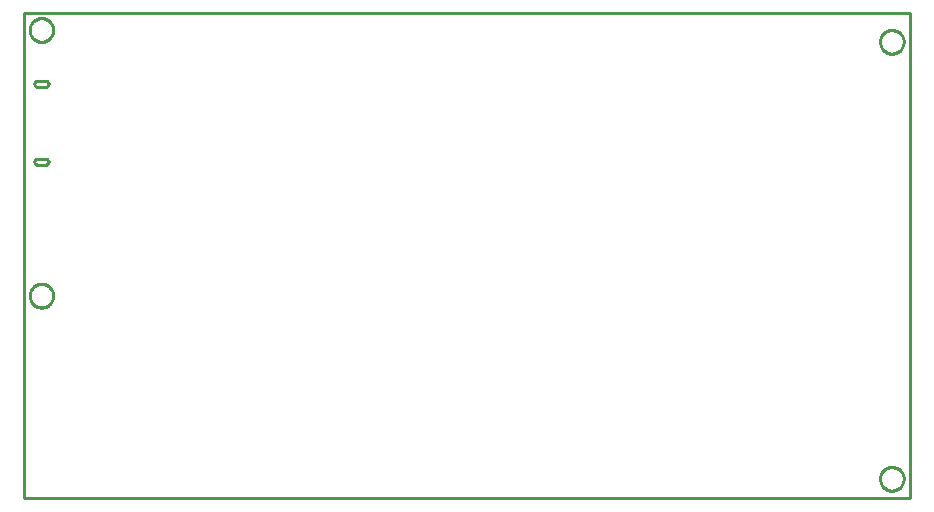
<source format=gbr>
G04 EAGLE Gerber RS-274X export*
G75*
%MOMM*%
%FSLAX34Y34*%
%LPD*%
%IN*%
%IPPOS*%
%AMOC8*
5,1,8,0,0,1.08239X$1,22.5*%
G01*
%ADD10C,0.254000*%


D10*
X0Y0D02*
X750000Y0D01*
X750500Y410500D01*
X500Y410500D01*
X0Y0D01*
X9000Y285000D02*
X9010Y284782D01*
X9038Y284566D01*
X9085Y284353D01*
X9151Y284145D01*
X9234Y283943D01*
X9335Y283750D01*
X9452Y283566D01*
X9585Y283393D01*
X9732Y283232D01*
X9893Y283085D01*
X10066Y282952D01*
X10250Y282835D01*
X10443Y282734D01*
X10645Y282651D01*
X10853Y282585D01*
X11066Y282538D01*
X11282Y282510D01*
X11500Y282500D01*
X18500Y282500D01*
X18718Y282510D01*
X18934Y282538D01*
X19147Y282585D01*
X19355Y282651D01*
X19557Y282734D01*
X19750Y282835D01*
X19934Y282952D01*
X20107Y283085D01*
X20268Y283232D01*
X20415Y283393D01*
X20548Y283566D01*
X20665Y283750D01*
X20766Y283943D01*
X20849Y284145D01*
X20915Y284353D01*
X20962Y284566D01*
X20991Y284782D01*
X21000Y285000D01*
X20991Y285218D01*
X20962Y285434D01*
X20915Y285647D01*
X20849Y285855D01*
X20766Y286057D01*
X20665Y286250D01*
X20548Y286434D01*
X20415Y286607D01*
X20268Y286768D01*
X20107Y286915D01*
X19934Y287048D01*
X19750Y287165D01*
X19557Y287266D01*
X19355Y287349D01*
X19147Y287415D01*
X18934Y287462D01*
X18718Y287491D01*
X18500Y287500D01*
X11500Y287500D01*
X11282Y287491D01*
X11066Y287462D01*
X10853Y287415D01*
X10645Y287349D01*
X10443Y287266D01*
X10250Y287165D01*
X10066Y287048D01*
X9893Y286915D01*
X9732Y286768D01*
X9585Y286607D01*
X9452Y286434D01*
X9335Y286250D01*
X9234Y286057D01*
X9151Y285855D01*
X9085Y285647D01*
X9038Y285434D01*
X9010Y285218D01*
X9000Y285000D01*
X9000Y351000D02*
X9010Y350782D01*
X9038Y350566D01*
X9085Y350353D01*
X9151Y350145D01*
X9234Y349943D01*
X9335Y349750D01*
X9452Y349566D01*
X9585Y349393D01*
X9732Y349232D01*
X9893Y349085D01*
X10066Y348952D01*
X10250Y348835D01*
X10443Y348734D01*
X10645Y348651D01*
X10853Y348585D01*
X11066Y348538D01*
X11282Y348510D01*
X11500Y348500D01*
X18500Y348500D01*
X18718Y348510D01*
X18934Y348538D01*
X19147Y348585D01*
X19355Y348651D01*
X19557Y348734D01*
X19750Y348835D01*
X19934Y348952D01*
X20107Y349085D01*
X20268Y349232D01*
X20415Y349393D01*
X20548Y349566D01*
X20665Y349750D01*
X20766Y349943D01*
X20849Y350145D01*
X20915Y350353D01*
X20962Y350566D01*
X20991Y350782D01*
X21000Y351000D01*
X20991Y351218D01*
X20962Y351434D01*
X20915Y351647D01*
X20849Y351855D01*
X20766Y352057D01*
X20665Y352250D01*
X20548Y352434D01*
X20415Y352607D01*
X20268Y352768D01*
X20107Y352915D01*
X19934Y353048D01*
X19750Y353165D01*
X19557Y353266D01*
X19355Y353349D01*
X19147Y353415D01*
X18934Y353462D01*
X18718Y353491D01*
X18500Y353500D01*
X11500Y353500D01*
X11282Y353491D01*
X11066Y353462D01*
X10853Y353415D01*
X10645Y353349D01*
X10443Y353266D01*
X10250Y353165D01*
X10066Y353048D01*
X9893Y352915D01*
X9732Y352768D01*
X9585Y352607D01*
X9452Y352434D01*
X9335Y352250D01*
X9234Y352057D01*
X9151Y351855D01*
X9085Y351647D01*
X9038Y351434D01*
X9010Y351218D01*
X9000Y351000D01*
X745000Y386063D02*
X744924Y385194D01*
X744772Y384334D01*
X744546Y383490D01*
X744248Y382670D01*
X743879Y381878D01*
X743442Y381122D01*
X742941Y380407D01*
X742380Y379738D01*
X741762Y379120D01*
X741093Y378559D01*
X740378Y378058D01*
X739622Y377621D01*
X738830Y377252D01*
X738010Y376954D01*
X737166Y376728D01*
X736307Y376576D01*
X735437Y376500D01*
X734563Y376500D01*
X733694Y376576D01*
X732834Y376728D01*
X731990Y376954D01*
X731170Y377252D01*
X730378Y377621D01*
X729622Y378058D01*
X728907Y378559D01*
X728238Y379120D01*
X727620Y379738D01*
X727059Y380407D01*
X726558Y381122D01*
X726121Y381878D01*
X725752Y382670D01*
X725454Y383490D01*
X725228Y384334D01*
X725076Y385194D01*
X725000Y386063D01*
X725000Y386937D01*
X725076Y387807D01*
X725228Y388666D01*
X725454Y389510D01*
X725752Y390330D01*
X726121Y391122D01*
X726558Y391878D01*
X727059Y392593D01*
X727620Y393262D01*
X728238Y393880D01*
X728907Y394441D01*
X729622Y394942D01*
X730378Y395379D01*
X731170Y395748D01*
X731990Y396046D01*
X732834Y396272D01*
X733694Y396424D01*
X734563Y396500D01*
X735437Y396500D01*
X736307Y396424D01*
X737166Y396272D01*
X738010Y396046D01*
X738830Y395748D01*
X739622Y395379D01*
X740378Y394942D01*
X741093Y394441D01*
X741762Y393880D01*
X742380Y393262D01*
X742941Y392593D01*
X743442Y391878D01*
X743879Y391122D01*
X744248Y390330D01*
X744546Y389510D01*
X744772Y388666D01*
X744924Y387807D01*
X745000Y386937D01*
X745000Y386063D01*
X745000Y16063D02*
X744924Y15194D01*
X744772Y14334D01*
X744546Y13490D01*
X744248Y12670D01*
X743879Y11878D01*
X743442Y11122D01*
X742941Y10407D01*
X742380Y9738D01*
X741762Y9120D01*
X741093Y8559D01*
X740378Y8058D01*
X739622Y7621D01*
X738830Y7252D01*
X738010Y6954D01*
X737166Y6728D01*
X736307Y6576D01*
X735437Y6500D01*
X734563Y6500D01*
X733694Y6576D01*
X732834Y6728D01*
X731990Y6954D01*
X731170Y7252D01*
X730378Y7621D01*
X729622Y8058D01*
X728907Y8559D01*
X728238Y9120D01*
X727620Y9738D01*
X727059Y10407D01*
X726558Y11122D01*
X726121Y11878D01*
X725752Y12670D01*
X725454Y13490D01*
X725228Y14334D01*
X725076Y15194D01*
X725000Y16063D01*
X725000Y16937D01*
X725076Y17807D01*
X725228Y18666D01*
X725454Y19510D01*
X725752Y20330D01*
X726121Y21122D01*
X726558Y21878D01*
X727059Y22593D01*
X727620Y23262D01*
X728238Y23880D01*
X728907Y24441D01*
X729622Y24942D01*
X730378Y25379D01*
X731170Y25748D01*
X731990Y26046D01*
X732834Y26272D01*
X733694Y26424D01*
X734563Y26500D01*
X735437Y26500D01*
X736307Y26424D01*
X737166Y26272D01*
X738010Y26046D01*
X738830Y25748D01*
X739622Y25379D01*
X740378Y24942D01*
X741093Y24441D01*
X741762Y23880D01*
X742380Y23262D01*
X742941Y22593D01*
X743442Y21878D01*
X743879Y21122D01*
X744248Y20330D01*
X744546Y19510D01*
X744772Y18666D01*
X744924Y17807D01*
X745000Y16937D01*
X745000Y16063D01*
X25000Y396063D02*
X24924Y395194D01*
X24772Y394334D01*
X24546Y393490D01*
X24248Y392670D01*
X23879Y391878D01*
X23442Y391122D01*
X22941Y390407D01*
X22380Y389738D01*
X21762Y389120D01*
X21093Y388559D01*
X20378Y388058D01*
X19622Y387621D01*
X18830Y387252D01*
X18010Y386954D01*
X17166Y386728D01*
X16307Y386576D01*
X15437Y386500D01*
X14563Y386500D01*
X13694Y386576D01*
X12834Y386728D01*
X11990Y386954D01*
X11170Y387252D01*
X10378Y387621D01*
X9622Y388058D01*
X8907Y388559D01*
X8238Y389120D01*
X7620Y389738D01*
X7059Y390407D01*
X6558Y391122D01*
X6121Y391878D01*
X5752Y392670D01*
X5454Y393490D01*
X5228Y394334D01*
X5076Y395194D01*
X5000Y396063D01*
X5000Y396937D01*
X5076Y397807D01*
X5228Y398666D01*
X5454Y399510D01*
X5752Y400330D01*
X6121Y401122D01*
X6558Y401878D01*
X7059Y402593D01*
X7620Y403262D01*
X8238Y403880D01*
X8907Y404441D01*
X9622Y404942D01*
X10378Y405379D01*
X11170Y405748D01*
X11990Y406046D01*
X12834Y406272D01*
X13694Y406424D01*
X14563Y406500D01*
X15437Y406500D01*
X16307Y406424D01*
X17166Y406272D01*
X18010Y406046D01*
X18830Y405748D01*
X19622Y405379D01*
X20378Y404942D01*
X21093Y404441D01*
X21762Y403880D01*
X22380Y403262D01*
X22941Y402593D01*
X23442Y401878D01*
X23879Y401122D01*
X24248Y400330D01*
X24546Y399510D01*
X24772Y398666D01*
X24924Y397807D01*
X25000Y396937D01*
X25000Y396063D01*
X25000Y171063D02*
X24924Y170194D01*
X24772Y169334D01*
X24546Y168490D01*
X24248Y167670D01*
X23879Y166878D01*
X23442Y166122D01*
X22941Y165407D01*
X22380Y164738D01*
X21762Y164120D01*
X21093Y163559D01*
X20378Y163058D01*
X19622Y162621D01*
X18830Y162252D01*
X18010Y161954D01*
X17166Y161728D01*
X16307Y161576D01*
X15437Y161500D01*
X14563Y161500D01*
X13694Y161576D01*
X12834Y161728D01*
X11990Y161954D01*
X11170Y162252D01*
X10378Y162621D01*
X9622Y163058D01*
X8907Y163559D01*
X8238Y164120D01*
X7620Y164738D01*
X7059Y165407D01*
X6558Y166122D01*
X6121Y166878D01*
X5752Y167670D01*
X5454Y168490D01*
X5228Y169334D01*
X5076Y170194D01*
X5000Y171063D01*
X5000Y171937D01*
X5076Y172807D01*
X5228Y173666D01*
X5454Y174510D01*
X5752Y175330D01*
X6121Y176122D01*
X6558Y176878D01*
X7059Y177593D01*
X7620Y178262D01*
X8238Y178880D01*
X8907Y179441D01*
X9622Y179942D01*
X10378Y180379D01*
X11170Y180748D01*
X11990Y181046D01*
X12834Y181272D01*
X13694Y181424D01*
X14563Y181500D01*
X15437Y181500D01*
X16307Y181424D01*
X17166Y181272D01*
X18010Y181046D01*
X18830Y180748D01*
X19622Y180379D01*
X20378Y179942D01*
X21093Y179441D01*
X21762Y178880D01*
X22380Y178262D01*
X22941Y177593D01*
X23442Y176878D01*
X23879Y176122D01*
X24248Y175330D01*
X24546Y174510D01*
X24772Y173666D01*
X24924Y172807D01*
X25000Y171937D01*
X25000Y171063D01*
M02*

</source>
